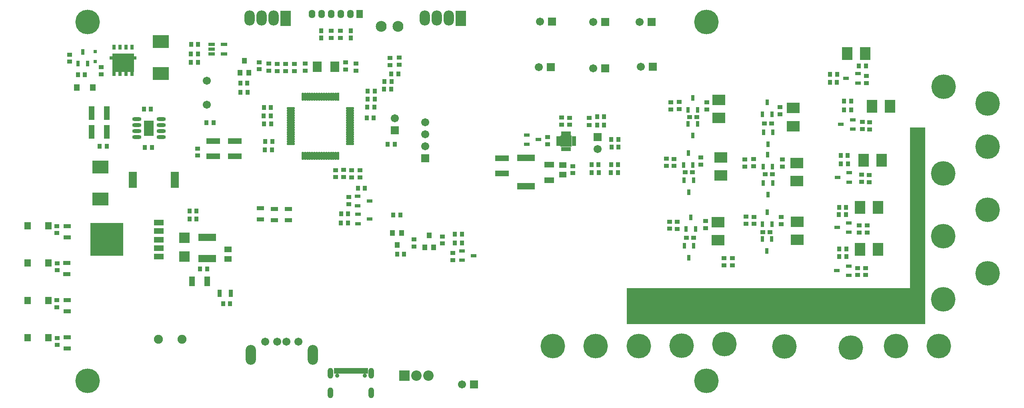
<source format=gts>
G04*
G04 #@! TF.GenerationSoftware,Altium Limited,Altium Designer,23.10.1 (27)*
G04*
G04 Layer_Color=8388736*
%FSLAX25Y25*%
%MOIN*%
G70*
G04*
G04 #@! TF.SameCoordinates,D3AB3FBC-EAD5-4AAA-8E34-AB65D5BEE443*
G04*
G04*
G04 #@! TF.FilePolarity,Negative*
G04*
G01*
G75*
%ADD62R,2.36600X0.30300*%
%ADD63R,0.13100X1.63900*%
%ADD64R,0.09225X0.09225*%
%ADD65R,0.03418X0.01902*%
%ADD66R,0.01902X0.03418*%
%ADD67R,0.01981X0.04737*%
%ADD68R,0.27572X0.27572*%
%ADD69R,0.08083X0.04540*%
%ADD70R,0.05642X0.06154*%
%ADD71R,0.05524X0.02769*%
%ADD72R,0.04737X0.03162*%
%ADD73R,0.04343X0.04540*%
%ADD74R,0.04343X0.04540*%
%ADD75O,0.07690X0.03162*%
%ADD76R,0.08280X0.12611*%
%ADD77R,0.03950X0.03800*%
%ADD78R,0.03359X0.06115*%
%ADD79R,0.08674X0.08674*%
%ADD80O,0.01981X0.07099*%
%ADD81R,0.01981X0.07099*%
%ADD82O,0.07099X0.01981*%
%ADD83R,0.10642X0.08674*%
%ADD84R,0.02572X0.03123*%
%ADD85R,0.07493X0.08674*%
%ADD86R,0.07099X0.13398*%
%ADD87R,0.14580X0.05524*%
%ADD88R,0.11430X0.04737*%
%ADD89R,0.07887X0.04737*%
%ADD90R,0.04737X0.07887*%
%ADD91R,0.05918X0.04737*%
%ADD92R,0.03556X0.04147*%
%ADD93R,0.04147X0.03556*%
%ADD94R,0.06115X0.03359*%
%ADD95R,0.02926X0.04343*%
%ADD96R,0.07099X0.02769*%
%ADD97R,0.08674X0.15210*%
%ADD98R,0.10642X0.15210*%
%ADD99R,0.03800X0.03950*%
%ADD100R,0.03162X0.04737*%
%ADD101R,0.05131X0.05524*%
%ADD102R,0.13792X0.10642*%
%ADD103R,0.04737X0.11430*%
%ADD104R,0.14580X0.05918*%
%ADD105R,0.08674X0.10642*%
%ADD106O,0.08674X0.16548*%
%ADD107C,0.06706*%
%ADD108O,0.04737X0.09068*%
%ADD109C,0.03438*%
%ADD110R,0.06706X0.06706*%
%ADD111C,0.09068*%
%ADD112R,0.06706X0.06706*%
%ADD113C,0.20485*%
%ADD114C,0.24422*%
%ADD115C,0.07480*%
%ADD116O,0.05524X0.07099*%
%ADD117R,0.05524X0.07099*%
%ADD118R,0.08674X0.12611*%
%ADD119O,0.08674X0.12611*%
%ADD120R,0.08674X0.08674*%
%ADD121C,0.08674*%
D62*
X627115Y77565D02*
D03*
D63*
X751265Y144565D02*
D03*
D64*
X458215Y215215D02*
D03*
D65*
X451689Y212262D02*
D03*
Y214231D02*
D03*
Y216199D02*
D03*
Y218168D02*
D03*
X464741D02*
D03*
Y216199D02*
D03*
Y214231D02*
D03*
Y212262D02*
D03*
D66*
X455262Y221741D02*
D03*
X457231D02*
D03*
X459199D02*
D03*
X461168D02*
D03*
Y208689D02*
D03*
X459199D02*
D03*
X457231D02*
D03*
X455262D02*
D03*
D67*
X290908Y23700D02*
D03*
X292089D02*
D03*
X288939D02*
D03*
X287758D02*
D03*
X285790D02*
D03*
X283821D02*
D03*
X281853D02*
D03*
X279884D02*
D03*
X277916D02*
D03*
X275947D02*
D03*
X273979D02*
D03*
X272010D02*
D03*
X270042D02*
D03*
X268861D02*
D03*
X266892D02*
D03*
X265711D02*
D03*
D68*
X75593Y133353D02*
D03*
D69*
X118900Y147247D02*
D03*
Y140160D02*
D03*
Y133073D02*
D03*
Y125987D02*
D03*
Y118900D02*
D03*
D70*
X9586Y113462D02*
D03*
X26790D02*
D03*
X9586Y82295D02*
D03*
X26790D02*
D03*
X9586Y51129D02*
D03*
X26790D02*
D03*
X9586Y144629D02*
D03*
X26790D02*
D03*
D71*
X173018Y295837D02*
D03*
Y287963D02*
D03*
X162782D02*
D03*
Y291900D02*
D03*
Y295837D02*
D03*
D72*
X425350Y220415D02*
D03*
X435192Y216478D02*
D03*
X425350Y212541D02*
D03*
X371300Y123700D02*
D03*
X381143Y119763D02*
D03*
X371300Y115826D02*
D03*
X284600Y169300D02*
D03*
X294443Y165363D02*
D03*
X284600Y161426D02*
D03*
X284700Y154300D02*
D03*
X294543Y150363D02*
D03*
X284700Y146426D02*
D03*
X701415Y271489D02*
D03*
X691573Y267552D02*
D03*
X701415Y263615D02*
D03*
X693615Y111089D02*
D03*
X683773Y107152D02*
D03*
X693615Y103215D02*
D03*
X694215Y188989D02*
D03*
X684373Y185052D02*
D03*
X694215Y181115D02*
D03*
X693815Y147089D02*
D03*
X683973Y143152D02*
D03*
X693815Y139215D02*
D03*
X697115Y233089D02*
D03*
X687273Y229152D02*
D03*
X697115Y225215D02*
D03*
D73*
X186460Y272379D02*
D03*
X190200Y282221D02*
D03*
X344200Y136621D02*
D03*
X340460Y126779D02*
D03*
X317300Y128779D02*
D03*
X321040Y138621D02*
D03*
D74*
X193940Y272379D02*
D03*
X347940Y126779D02*
D03*
X313560Y138621D02*
D03*
D75*
X120836Y218500D02*
D03*
Y223500D02*
D03*
Y228500D02*
D03*
Y233500D02*
D03*
X100364Y218500D02*
D03*
Y223500D02*
D03*
Y228500D02*
D03*
Y233500D02*
D03*
D76*
X110600Y226000D02*
D03*
D77*
X567115Y235415D02*
D03*
X561115D02*
D03*
X558315Y134515D02*
D03*
X564315D02*
D03*
X622215Y139315D02*
D03*
X628215D02*
D03*
X624215Y187615D02*
D03*
X630215D02*
D03*
X557515Y189415D02*
D03*
X563515D02*
D03*
X623415Y229915D02*
D03*
X629415D02*
D03*
D78*
X169300Y88300D02*
D03*
X178749D02*
D03*
D79*
X140200Y119000D02*
D03*
Y134748D02*
D03*
D80*
X260326Y252300D02*
D03*
X266231D02*
D03*
X264263D02*
D03*
X262295D02*
D03*
X258358D02*
D03*
X256389D02*
D03*
X254420D02*
D03*
X252452D02*
D03*
X250483D02*
D03*
X248515D02*
D03*
X246547D02*
D03*
X238672Y203087D02*
D03*
X240641D02*
D03*
X242610D02*
D03*
X244578D02*
D03*
X246547D02*
D03*
X248515D02*
D03*
X250483D02*
D03*
X252452D02*
D03*
X254420D02*
D03*
X256389D02*
D03*
X258358D02*
D03*
X260326D02*
D03*
X262295D02*
D03*
X264263D02*
D03*
X266231D02*
D03*
X268200D02*
D03*
X244578Y252300D02*
D03*
X240641D02*
D03*
X242610D02*
D03*
X238672D02*
D03*
D81*
X268200D02*
D03*
D82*
X228830Y242458D02*
D03*
Y240489D02*
D03*
Y238521D02*
D03*
Y236552D02*
D03*
Y234583D02*
D03*
Y232615D02*
D03*
Y230646D02*
D03*
Y228678D02*
D03*
Y226710D02*
D03*
Y224741D02*
D03*
Y222773D02*
D03*
Y220804D02*
D03*
Y218835D02*
D03*
Y216867D02*
D03*
Y214898D02*
D03*
Y212930D02*
D03*
X278043D02*
D03*
Y214898D02*
D03*
Y216867D02*
D03*
Y218835D02*
D03*
Y220804D02*
D03*
Y222773D02*
D03*
Y224741D02*
D03*
Y226710D02*
D03*
Y228678D02*
D03*
Y230646D02*
D03*
Y232615D02*
D03*
Y234583D02*
D03*
Y236552D02*
D03*
Y238521D02*
D03*
Y240489D02*
D03*
Y242458D02*
D03*
D83*
X585515Y234476D02*
D03*
Y249554D02*
D03*
X584815Y147654D02*
D03*
Y132576D02*
D03*
X650915Y148054D02*
D03*
Y132976D02*
D03*
X650515Y197054D02*
D03*
Y181976D02*
D03*
X587215Y201754D02*
D03*
Y186676D02*
D03*
X647315Y242854D02*
D03*
Y227776D02*
D03*
D84*
X65900Y281747D02*
D03*
Y290054D02*
D03*
D85*
X265367Y277400D02*
D03*
X250800D02*
D03*
D86*
X97159Y183079D02*
D03*
X132199D02*
D03*
D87*
X424615Y201137D02*
D03*
Y177515D02*
D03*
D88*
X404715Y201015D02*
D03*
Y188220D02*
D03*
X164000Y215295D02*
D03*
Y202500D02*
D03*
X182000Y215295D02*
D03*
Y202500D02*
D03*
D89*
X444215Y195510D02*
D03*
Y182715D02*
D03*
D90*
X159195Y98400D02*
D03*
X146400D02*
D03*
D91*
X176500Y117000D02*
D03*
Y124874D02*
D03*
X455415Y195215D02*
D03*
Y187341D02*
D03*
D92*
X178200Y79700D02*
D03*
X172294D02*
D03*
X485460Y188937D02*
D03*
X479554D02*
D03*
X495921Y216715D02*
D03*
X501826D02*
D03*
X317300Y121100D02*
D03*
X323205D02*
D03*
X314100Y153500D02*
D03*
X320005D02*
D03*
X315500Y212500D02*
D03*
X309594D02*
D03*
X57235Y270500D02*
D03*
X51329D02*
D03*
X371300Y130200D02*
D03*
X365394D02*
D03*
X371400Y137500D02*
D03*
X365494D02*
D03*
X145694Y295900D02*
D03*
X151600D02*
D03*
X145500Y288000D02*
D03*
X151406D02*
D03*
X151300Y281000D02*
D03*
X145395D02*
D03*
X292000Y234600D02*
D03*
X297905D02*
D03*
X292895Y256800D02*
D03*
X298800D02*
D03*
X186700Y263600D02*
D03*
X192605D02*
D03*
X192700Y256100D02*
D03*
X186794D02*
D03*
X158600Y230500D02*
D03*
X164506D02*
D03*
X212206Y243200D02*
D03*
X206300D02*
D03*
X212005Y236400D02*
D03*
X206100D02*
D03*
X213005Y208100D02*
D03*
X207100D02*
D03*
X292495Y243700D02*
D03*
X298400D02*
D03*
X213305Y214900D02*
D03*
X207400D02*
D03*
X292895Y250400D02*
D03*
X298800D02*
D03*
X150200Y156900D02*
D03*
X144295D02*
D03*
X150200Y150400D02*
D03*
X144295D02*
D03*
X106300Y242000D02*
D03*
X112206D02*
D03*
X318500Y271200D02*
D03*
X312595D02*
D03*
X206600Y229700D02*
D03*
X212506D02*
D03*
X159106Y108500D02*
D03*
X153200D02*
D03*
X113005Y210000D02*
D03*
X107100D02*
D03*
X75506Y211000D02*
D03*
X69600D02*
D03*
X284695Y175900D02*
D03*
X290600D02*
D03*
X270694Y154600D02*
D03*
X276600D02*
D03*
X276505Y147100D02*
D03*
X270600D02*
D03*
X312700Y264800D02*
D03*
X306795D02*
D03*
X312500Y258600D02*
D03*
X306594D02*
D03*
X495615Y195615D02*
D03*
X501520D02*
D03*
X484015Y228580D02*
D03*
X489921D02*
D03*
X495560Y188937D02*
D03*
X501465D02*
D03*
X489915Y235515D02*
D03*
X484010D02*
D03*
X501921Y210415D02*
D03*
X496015D02*
D03*
X708015Y277915D02*
D03*
X702109D02*
D03*
X684115Y271015D02*
D03*
X678209D02*
D03*
X683915Y264315D02*
D03*
X678010D02*
D03*
X685715Y125215D02*
D03*
X691620D02*
D03*
X687015Y203415D02*
D03*
X692920D02*
D03*
X685715Y119115D02*
D03*
X691620D02*
D03*
X687115Y196215D02*
D03*
X693020D02*
D03*
X685615Y160015D02*
D03*
X691521D02*
D03*
X689815Y241315D02*
D03*
X695720D02*
D03*
X685515Y154015D02*
D03*
X691421D02*
D03*
X689715Y248615D02*
D03*
X695620D02*
D03*
X479354Y195537D02*
D03*
X485260D02*
D03*
D93*
X355100Y129800D02*
D03*
Y135706D02*
D03*
X331300Y127400D02*
D03*
Y133306D02*
D03*
X33788Y138523D02*
D03*
Y144429D02*
D03*
X33888Y76672D02*
D03*
Y82578D02*
D03*
X33988Y45123D02*
D03*
Y51029D02*
D03*
Y107523D02*
D03*
Y113429D02*
D03*
X262400Y307300D02*
D03*
Y301395D02*
D03*
X44600Y287399D02*
D03*
Y281493D02*
D03*
X70700Y270902D02*
D03*
Y276807D02*
D03*
X363800Y116100D02*
D03*
Y122006D02*
D03*
X202500Y281100D02*
D03*
Y275195D02*
D03*
X224300Y279600D02*
D03*
Y273694D02*
D03*
X283000Y280000D02*
D03*
Y274095D02*
D03*
X270200Y307300D02*
D03*
Y301395D02*
D03*
X240800Y279806D02*
D03*
Y273900D02*
D03*
X279300Y190806D02*
D03*
Y184900D02*
D03*
X272700Y191206D02*
D03*
Y185300D02*
D03*
X274300Y280806D02*
D03*
Y274900D02*
D03*
X231800Y273694D02*
D03*
Y279600D02*
D03*
X210300Y273895D02*
D03*
Y279800D02*
D03*
X266200Y191106D02*
D03*
Y185200D02*
D03*
X286400Y190806D02*
D03*
Y184900D02*
D03*
X319000Y284800D02*
D03*
Y278894D02*
D03*
X311500Y284600D02*
D03*
Y278695D02*
D03*
X217400Y273700D02*
D03*
Y279606D02*
D03*
X151200Y209106D02*
D03*
Y203200D02*
D03*
X277200Y162695D02*
D03*
Y168600D02*
D03*
X463715Y194415D02*
D03*
Y188510D02*
D03*
X708315Y263615D02*
D03*
Y269520D02*
D03*
X707815Y109415D02*
D03*
Y103509D02*
D03*
X710715Y187015D02*
D03*
Y181109D02*
D03*
X701215Y103515D02*
D03*
Y109421D02*
D03*
X704315Y181315D02*
D03*
Y187221D02*
D03*
X574315Y142615D02*
D03*
Y148521D02*
D03*
X637315Y146115D02*
D03*
Y152021D02*
D03*
X638415Y194015D02*
D03*
Y199920D02*
D03*
X544315Y148115D02*
D03*
Y142209D02*
D03*
X614715Y152115D02*
D03*
Y146210D02*
D03*
X607215Y200015D02*
D03*
Y194109D02*
D03*
X550715Y142115D02*
D03*
Y148021D02*
D03*
X608115Y146215D02*
D03*
Y152120D02*
D03*
X614515Y194215D02*
D03*
Y200120D02*
D03*
X709115Y145015D02*
D03*
Y139110D02*
D03*
X711115Y230915D02*
D03*
Y225009D02*
D03*
X702315Y139115D02*
D03*
Y145020D02*
D03*
X705015Y225215D02*
D03*
Y231120D02*
D03*
X570515Y195715D02*
D03*
Y201621D02*
D03*
X636315Y237615D02*
D03*
Y243520D02*
D03*
X575515Y241615D02*
D03*
Y247520D02*
D03*
X548150Y200447D02*
D03*
Y194541D02*
D03*
X545315Y247615D02*
D03*
Y241709D02*
D03*
X541750Y194647D02*
D03*
Y200552D02*
D03*
X552315Y247920D02*
D03*
Y242015D02*
D03*
X461115Y228809D02*
D03*
Y234715D02*
D03*
X442615Y212610D02*
D03*
Y218515D02*
D03*
X596815Y111609D02*
D03*
Y117515D02*
D03*
X477315Y234521D02*
D03*
Y228615D02*
D03*
X589815Y111609D02*
D03*
Y117515D02*
D03*
X454515Y234921D02*
D03*
Y229015D02*
D03*
D94*
X42388Y73129D02*
D03*
Y82578D02*
D03*
Y42129D02*
D03*
Y51578D02*
D03*
X42188Y104329D02*
D03*
Y113777D02*
D03*
X42388Y134929D02*
D03*
Y144378D02*
D03*
X226900Y158700D02*
D03*
Y149251D02*
D03*
X215000Y158600D02*
D03*
Y149151D02*
D03*
X203500Y159300D02*
D03*
Y149851D02*
D03*
D95*
X86562Y271722D02*
D03*
X96562D02*
D03*
Y293760D02*
D03*
X81562Y271722D02*
D03*
X86562Y293760D02*
D03*
X81562D02*
D03*
X91562Y271722D02*
D03*
Y293760D02*
D03*
D96*
X96936Y284508D02*
D03*
X81188D02*
D03*
D97*
X93683Y280472D02*
D03*
D98*
X85441D02*
D03*
D99*
X254000Y301300D02*
D03*
Y307300D02*
D03*
X278900Y301300D02*
D03*
Y307300D02*
D03*
D100*
X59400Y279900D02*
D03*
X55463Y289743D02*
D03*
X51526Y279900D02*
D03*
X556641Y127915D02*
D03*
X560578Y118072D02*
D03*
X564515Y127915D02*
D03*
X621641Y133615D02*
D03*
X625578Y123773D02*
D03*
X629515Y133615D02*
D03*
X622541Y180315D02*
D03*
X626478Y170473D02*
D03*
X630415Y180315D02*
D03*
X565989Y141915D02*
D03*
X562052Y151758D02*
D03*
X558115Y141915D02*
D03*
X629789Y146115D02*
D03*
X625852Y155957D02*
D03*
X621915Y146115D02*
D03*
X630189Y194115D02*
D03*
X626252Y203958D02*
D03*
X622315Y194115D02*
D03*
X556441Y182515D02*
D03*
X560378Y172672D02*
D03*
X564315Y182515D02*
D03*
X622641Y222515D02*
D03*
X626578Y212672D02*
D03*
X630515Y222515D02*
D03*
X559841Y229715D02*
D03*
X563778Y219872D02*
D03*
X567715Y229715D02*
D03*
X563889Y195415D02*
D03*
X559952Y205258D02*
D03*
X556015Y195415D02*
D03*
X629689Y237615D02*
D03*
X625752Y247458D02*
D03*
X621815Y237615D02*
D03*
X559915Y241315D02*
D03*
X563852Y251157D02*
D03*
X567789Y241315D02*
D03*
D101*
X50400Y260100D02*
D03*
X63727D02*
D03*
D102*
X120500Y271725D02*
D03*
Y298300D02*
D03*
X70100Y193575D02*
D03*
Y167000D02*
D03*
D103*
X62805Y238500D02*
D03*
X75600D02*
D03*
X62805Y223000D02*
D03*
X75600D02*
D03*
D104*
X159200Y117283D02*
D03*
Y135000D02*
D03*
D105*
X692376Y288315D02*
D03*
X707454D02*
D03*
X718154Y124815D02*
D03*
X703076D02*
D03*
X721054Y199315D02*
D03*
X705976D02*
D03*
X718254Y160015D02*
D03*
X703176D02*
D03*
X728054Y244415D02*
D03*
X712976D02*
D03*
D106*
X247269Y36900D02*
D03*
X195300D02*
D03*
D107*
X235064Y47924D02*
D03*
X225221D02*
D03*
X217347D02*
D03*
X207505D02*
D03*
X435500Y276800D02*
D03*
X340800Y210800D02*
D03*
Y220800D02*
D03*
Y230800D02*
D03*
X484315Y208515D02*
D03*
X158800Y245600D02*
D03*
Y265600D02*
D03*
X371300Y12300D02*
D03*
X315600Y234200D02*
D03*
X520300Y277400D02*
D03*
X519600Y314600D02*
D03*
X480815Y276015D02*
D03*
X480700Y314600D02*
D03*
X436600Y315000D02*
D03*
X110600Y226000D02*
D03*
D108*
X261892Y5262D02*
D03*
Y21600D02*
D03*
X295908Y5262D02*
D03*
Y21600D02*
D03*
D109*
X290278Y19632D02*
D03*
X267522D02*
D03*
D110*
X445500Y276800D02*
D03*
X381300Y12300D02*
D03*
X530300Y277400D02*
D03*
X529600Y314600D02*
D03*
X490815Y276015D02*
D03*
X490700Y314600D02*
D03*
X446600Y315000D02*
D03*
D111*
X304221Y311000D02*
D03*
X318000D02*
D03*
D112*
X340800Y200800D02*
D03*
X484315Y218515D02*
D03*
X315600Y224200D02*
D03*
D113*
X695600Y43000D02*
D03*
X554315Y44515D02*
D03*
X640000Y44100D02*
D03*
X768915Y44315D02*
D03*
X733159D02*
D03*
X809315Y104915D02*
D03*
X772415Y83415D02*
D03*
X809315Y157815D02*
D03*
X772415Y135848D02*
D03*
X809315Y210715D02*
D03*
X772415Y188282D02*
D03*
X482871Y44315D02*
D03*
X447115D02*
D03*
X518626D02*
D03*
X809315Y246715D02*
D03*
X772715Y260615D02*
D03*
X590115Y45915D02*
D03*
X575133Y15308D02*
D03*
Y314521D02*
D03*
X59385D02*
D03*
Y15308D02*
D03*
D114*
X640000Y77400D02*
D03*
X671500Y78700D02*
D03*
D115*
X138085Y50000D02*
D03*
X118400D02*
D03*
D116*
X278326Y321400D02*
D03*
X270452D02*
D03*
X254507D02*
D03*
X262381D02*
D03*
X246514D02*
D03*
D117*
X286200D02*
D03*
D118*
X224400Y317500D02*
D03*
X370600Y317700D02*
D03*
D119*
X214400Y317894D02*
D03*
X204400D02*
D03*
X194400D02*
D03*
X340600Y318094D02*
D03*
X350600D02*
D03*
X360600D02*
D03*
D120*
X323600Y19700D02*
D03*
D121*
X333600D02*
D03*
X343600D02*
D03*
M02*

</source>
